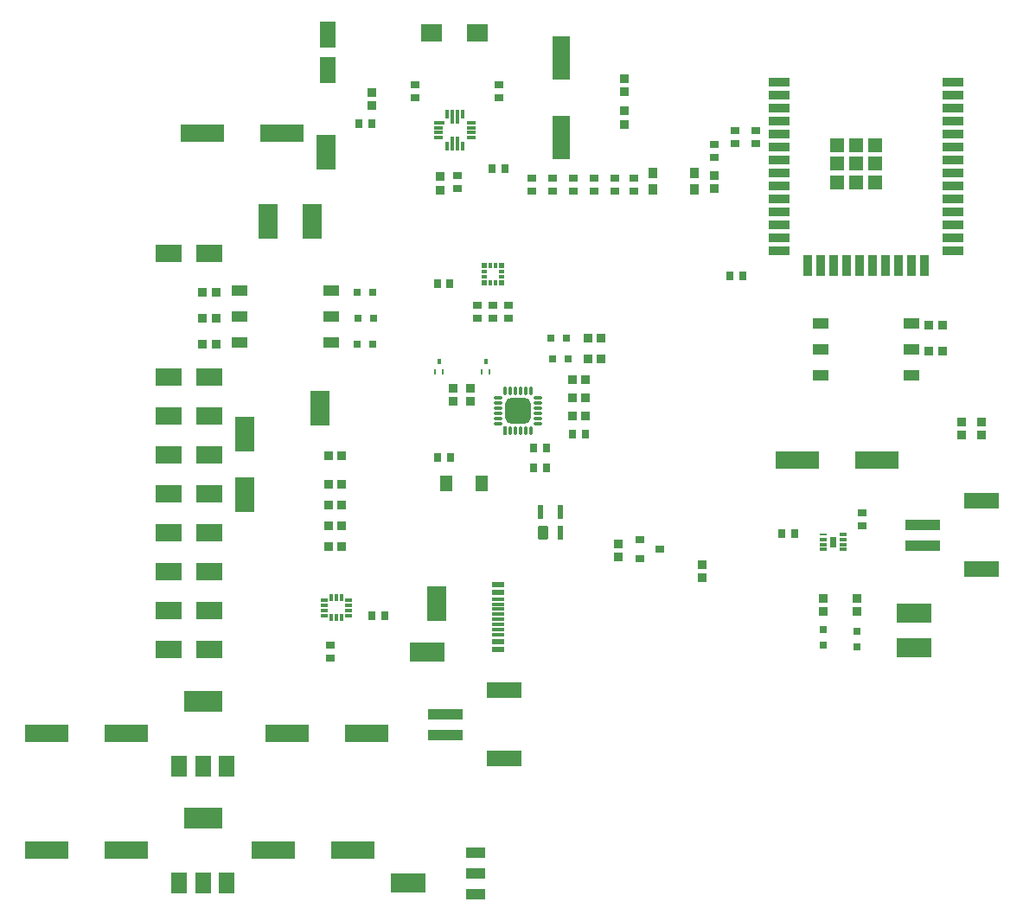
<source format=gtp>
G04*
G04 #@! TF.GenerationSoftware,Altium Limited,Altium Designer,22.7.1 (60)*
G04*
G04 Layer_Color=8355584*
%FSLAX44Y44*%
%MOMM*%
G71*
G04*
G04 #@! TF.SameCoordinates,D0082332-17C0-48B4-9EBD-708ECFB17097*
G04*
G04*
G04 #@! TF.FilePolarity,Positive*
G04*
G01*
G75*
%ADD20R,0.8500X0.9500*%
%ADD21R,2.5000X1.7000*%
%ADD22R,1.3208X1.3208*%
%ADD23R,0.8890X2.0066*%
%ADD24R,2.0066X0.8890*%
%ADD25R,1.6000X2.5000*%
%ADD26R,3.4036X1.4986*%
%ADD27R,3.5052X0.9906*%
%ADD28R,3.5000X1.9000*%
%ADD29R,0.8000X0.9000*%
%ADD30R,4.3000X1.8000*%
%ADD31R,0.9500X0.8500*%
%ADD32R,0.2700X0.5200*%
%ADD33R,0.3600X0.5200*%
%ADD34R,1.5000X1.1000*%
%ADD35R,1.1500X0.6000*%
%ADD36R,1.1500X0.3000*%
%ADD37R,0.9000X0.8000*%
%ADD38R,0.7400X0.2800*%
G04:AMPARAMS|DCode=39|XSize=0.74mm|YSize=0.28mm|CornerRadius=0.063mm|HoleSize=0mm|Usage=FLASHONLY|Rotation=0.000|XOffset=0mm|YOffset=0mm|HoleType=Round|Shape=RoundedRectangle|*
%AMROUNDEDRECTD39*
21,1,0.7400,0.1540,0,0,0.0*
21,1,0.6140,0.2800,0,0,0.0*
1,1,0.1260,0.3070,-0.0770*
1,1,0.1260,-0.3070,-0.0770*
1,1,0.1260,-0.3070,0.0770*
1,1,0.1260,0.3070,0.0770*
%
%ADD39ROUNDEDRECTD39*%
%ADD40R,1.2500X1.6500*%
%ADD41R,1.9000X3.5000*%
%ADD42R,0.3000X0.8500*%
G04:AMPARAMS|DCode=43|XSize=0.85mm|YSize=0.3mm|CornerRadius=0.075mm|HoleSize=0mm|Usage=FLASHONLY|Rotation=90.000|XOffset=0mm|YOffset=0mm|HoleType=Round|Shape=RoundedRectangle|*
%AMROUNDEDRECTD43*
21,1,0.8500,0.1500,0,0,90.0*
21,1,0.7000,0.3000,0,0,90.0*
1,1,0.1500,0.0750,0.3500*
1,1,0.1500,0.0750,-0.3500*
1,1,0.1500,-0.0750,-0.3500*
1,1,0.1500,-0.0750,0.3500*
%
%ADD43ROUNDEDRECTD43*%
G04:AMPARAMS|DCode=44|XSize=0.85mm|YSize=0.3mm|CornerRadius=0.075mm|HoleSize=0mm|Usage=FLASHONLY|Rotation=180.000|XOffset=0mm|YOffset=0mm|HoleType=Round|Shape=RoundedRectangle|*
%AMROUNDEDRECTD44*
21,1,0.8500,0.1500,0,0,180.0*
21,1,0.7000,0.3000,0,0,180.0*
1,1,0.1500,-0.3500,0.0750*
1,1,0.1500,0.3500,0.0750*
1,1,0.1500,0.3500,-0.0750*
1,1,0.1500,-0.3500,-0.0750*
%
%ADD44ROUNDEDRECTD44*%
G04:AMPARAMS|DCode=45|XSize=2.55mm|YSize=2.55mm|CornerRadius=0.6375mm|HoleSize=0mm|Usage=FLASHONLY|Rotation=180.000|XOffset=0mm|YOffset=0mm|HoleType=Round|Shape=RoundedRectangle|*
%AMROUNDEDRECTD45*
21,1,2.5500,1.2750,0,0,180.0*
21,1,1.2750,2.5500,0,0,180.0*
1,1,1.2750,-0.6375,0.6375*
1,1,1.2750,0.6375,0.6375*
1,1,1.2750,0.6375,-0.6375*
1,1,1.2750,-0.6375,-0.6375*
%
%ADD45ROUNDEDRECTD45*%
%ADD46R,0.8000X0.8000*%
G04:AMPARAMS|DCode=47|XSize=0.59mm|YSize=1.3mm|CornerRadius=0.0443mm|HoleSize=0mm|Usage=FLASHONLY|Rotation=0.000|XOffset=0mm|YOffset=0mm|HoleType=Round|Shape=RoundedRectangle|*
%AMROUNDEDRECTD47*
21,1,0.5900,1.2115,0,0,0.0*
21,1,0.5015,1.3000,0,0,0.0*
1,1,0.0885,0.2508,-0.6058*
1,1,0.0885,-0.2508,-0.6058*
1,1,0.0885,-0.2508,0.6058*
1,1,0.0885,0.2508,0.6058*
%
%ADD47ROUNDEDRECTD47*%
G04:AMPARAMS|DCode=48|XSize=0.99mm|YSize=1.3mm|CornerRadius=0.0743mm|HoleSize=0mm|Usage=FLASHONLY|Rotation=0.000|XOffset=0mm|YOffset=0mm|HoleType=Round|Shape=RoundedRectangle|*
%AMROUNDEDRECTD48*
21,1,0.9900,1.1515,0,0,0.0*
21,1,0.8415,1.3000,0,0,0.0*
1,1,0.1485,0.4208,-0.5758*
1,1,0.1485,-0.4208,-0.5758*
1,1,0.1485,-0.4208,0.5758*
1,1,0.1485,0.4208,0.5758*
%
%ADD48ROUNDEDRECTD48*%
%ADD49R,0.7000X0.3500*%
%ADD50R,0.3500X0.7000*%
%ADD51R,0.9000X1.0000*%
%ADD52R,0.9000X0.8000*%
%ADD53R,1.9000X1.0000*%
%ADD54R,2.0000X1.8000*%
%ADD55R,1.8000X4.3000*%
G04:AMPARAMS|DCode=56|XSize=1.4mm|YSize=0.35mm|CornerRadius=0.0875mm|HoleSize=0mm|Usage=FLASHONLY|Rotation=90.000|XOffset=0mm|YOffset=0mm|HoleType=Round|Shape=RoundedRectangle|*
%AMROUNDEDRECTD56*
21,1,1.4000,0.1750,0,0,90.0*
21,1,1.2250,0.3500,0,0,90.0*
1,1,0.1750,0.0875,0.6125*
1,1,0.1750,0.0875,-0.6125*
1,1,0.1750,-0.0875,-0.6125*
1,1,0.1750,-0.0875,0.6125*
%
%ADD56ROUNDEDRECTD56*%
G04:AMPARAMS|DCode=57|XSize=0.9mm|YSize=0.35mm|CornerRadius=0.0875mm|HoleSize=0mm|Usage=FLASHONLY|Rotation=90.000|XOffset=0mm|YOffset=0mm|HoleType=Round|Shape=RoundedRectangle|*
%AMROUNDEDRECTD57*
21,1,0.9000,0.1750,0,0,90.0*
21,1,0.7250,0.3500,0,0,90.0*
1,1,0.1750,0.0875,0.3625*
1,1,0.1750,0.0875,-0.3625*
1,1,0.1750,-0.0875,-0.3625*
1,1,0.1750,-0.0875,0.3625*
%
%ADD57ROUNDEDRECTD57*%
G04:AMPARAMS|DCode=58|XSize=0.9mm|YSize=0.35mm|CornerRadius=0.0875mm|HoleSize=0mm|Usage=FLASHONLY|Rotation=180.000|XOffset=0mm|YOffset=0mm|HoleType=Round|Shape=RoundedRectangle|*
%AMROUNDEDRECTD58*
21,1,0.9000,0.1750,0,0,180.0*
21,1,0.7250,0.3500,0,0,180.0*
1,1,0.1750,-0.3625,0.0875*
1,1,0.1750,0.3625,0.0875*
1,1,0.1750,0.3625,-0.0875*
1,1,0.1750,-0.3625,-0.0875*
%
%ADD58ROUNDEDRECTD58*%
%ADD59R,1.1000X0.3500*%
%ADD60R,3.8000X2.0000*%
%ADD61R,1.5000X2.0000*%
%ADD62R,0.8000X0.8000*%
%ADD63R,0.3500X0.5000*%
%ADD64R,0.5000X0.3500*%
%ADD65R,0.5000X0.5000*%
%ADD66R,0.4000X0.5000*%
G36*
X810520Y354056D02*
X804920D01*
Y364256D01*
X810520D01*
Y354056D01*
D02*
G37*
D20*
X313540Y354330D02*
D03*
X326540D02*
D03*
X326540Y374650D02*
D03*
X313540D02*
D03*
X313540Y394970D02*
D03*
X326540D02*
D03*
X326540Y415290D02*
D03*
X313540D02*
D03*
X326540Y443230D02*
D03*
X313540D02*
D03*
X552300Y518160D02*
D03*
X565300D02*
D03*
X552300Y482600D02*
D03*
X565300D02*
D03*
X901550Y546100D02*
D03*
X914550D02*
D03*
X580540Y558800D02*
D03*
X567540D02*
D03*
X580540Y538480D02*
D03*
X567540D02*
D03*
X552300Y500380D02*
D03*
X565300D02*
D03*
X190350Y577850D02*
D03*
X203350D02*
D03*
X901550Y571500D02*
D03*
X914550D02*
D03*
X190350Y552450D02*
D03*
X203350D02*
D03*
X190350Y603250D02*
D03*
X203350D02*
D03*
D21*
X156530Y292100D02*
D03*
X196530D02*
D03*
Y330200D02*
D03*
X156530D02*
D03*
X196530Y368300D02*
D03*
X156530D02*
D03*
X196530Y406400D02*
D03*
X156530D02*
D03*
Y444500D02*
D03*
X196530D02*
D03*
Y482600D02*
D03*
X156530D02*
D03*
X196530Y520700D02*
D03*
X156530D02*
D03*
X196530Y254000D02*
D03*
X156530D02*
D03*
X196530Y641350D02*
D03*
X156530D02*
D03*
D22*
X848360Y711076D02*
D03*
X830010D02*
D03*
X811660D02*
D03*
X848360Y747776D02*
D03*
X830010D02*
D03*
X811660D02*
D03*
X848360Y729426D02*
D03*
X830010D02*
D03*
X811660D02*
D03*
D23*
X897203Y629354D02*
D03*
X884503D02*
D03*
X871803D02*
D03*
X859103D02*
D03*
X846403D02*
D03*
X833703D02*
D03*
X821003D02*
D03*
X808303D02*
D03*
X795603D02*
D03*
X782903D02*
D03*
D24*
X925053Y643766D02*
D03*
Y656466D02*
D03*
Y669166D02*
D03*
Y681866D02*
D03*
Y694566D02*
D03*
Y707266D02*
D03*
Y719966D02*
D03*
Y732666D02*
D03*
Y745366D02*
D03*
Y758066D02*
D03*
Y770766D02*
D03*
Y783466D02*
D03*
Y796166D02*
D03*
Y808866D02*
D03*
X755053Y643766D02*
D03*
Y656466D02*
D03*
Y669166D02*
D03*
Y681866D02*
D03*
Y694566D02*
D03*
Y707266D02*
D03*
Y719966D02*
D03*
Y732666D02*
D03*
Y745366D02*
D03*
Y758066D02*
D03*
Y770766D02*
D03*
Y783466D02*
D03*
Y796166D02*
D03*
Y808866D02*
D03*
D25*
X312420Y820700D02*
D03*
Y855700D02*
D03*
D26*
X485147Y213840D02*
D03*
Y146840D02*
D03*
X952507Y399260D02*
D03*
Y332260D02*
D03*
D27*
X427647Y190340D02*
D03*
Y170340D02*
D03*
X895007Y375760D02*
D03*
Y355760D02*
D03*
D28*
X391160Y25400D02*
D03*
X410210Y251460D02*
D03*
X886460Y255270D02*
D03*
Y289560D02*
D03*
D29*
X552550Y464820D02*
D03*
X565050D02*
D03*
X526950Y431800D02*
D03*
X514450D02*
D03*
X420470Y441960D02*
D03*
X432970D02*
D03*
X514550Y450850D02*
D03*
X527050D02*
D03*
X718720Y619760D02*
D03*
X706220D02*
D03*
X355500Y768350D02*
D03*
X343000D02*
D03*
X485926Y724154D02*
D03*
X473426D02*
D03*
X757020Y367030D02*
D03*
X769520D02*
D03*
X368200Y287020D02*
D03*
X355700D02*
D03*
X419958Y612140D02*
D03*
X432458D02*
D03*
D30*
X772530Y439420D02*
D03*
X850530D02*
D03*
X189600Y759460D02*
D03*
X267600D02*
D03*
X37200Y171450D02*
D03*
X115200D02*
D03*
X351050D02*
D03*
X273050D02*
D03*
X337450Y57150D02*
D03*
X259450D02*
D03*
X37200D02*
D03*
X115200D02*
D03*
D31*
X435610Y496420D02*
D03*
Y509420D02*
D03*
X690880Y717700D02*
D03*
Y704700D02*
D03*
X452120Y509420D02*
D03*
Y496420D02*
D03*
X603250Y799800D02*
D03*
Y812800D02*
D03*
Y768050D02*
D03*
Y781050D02*
D03*
X952500Y476400D02*
D03*
Y463400D02*
D03*
X933450Y476400D02*
D03*
Y463400D02*
D03*
X679450Y323700D02*
D03*
Y336700D02*
D03*
X596900Y357020D02*
D03*
Y344020D02*
D03*
X355600Y785980D02*
D03*
Y798980D02*
D03*
X422526Y703684D02*
D03*
Y716684D02*
D03*
X797560Y290680D02*
D03*
Y303680D02*
D03*
X830580Y290680D02*
D03*
Y303680D02*
D03*
D32*
X417640Y525960D02*
D03*
X425640D02*
D03*
X471360D02*
D03*
X463360D02*
D03*
D33*
X421640Y535760D02*
D03*
X467360D02*
D03*
D34*
X795470Y573020D02*
D03*
X884470D02*
D03*
X795470Y547620D02*
D03*
X884470D02*
D03*
X795470Y522220D02*
D03*
X884470D02*
D03*
X226764Y605278D02*
D03*
X315764D02*
D03*
X226764Y579878D02*
D03*
X315764D02*
D03*
X226764Y554478D02*
D03*
X315764D02*
D03*
D35*
X479750Y253750D02*
D03*
Y317750D02*
D03*
Y261750D02*
D03*
Y309750D02*
D03*
D36*
Y288250D02*
D03*
Y283250D02*
D03*
Y293250D02*
D03*
Y298250D02*
D03*
Y303250D02*
D03*
Y278250D02*
D03*
Y273250D02*
D03*
Y268250D02*
D03*
D37*
X480060Y806350D02*
D03*
Y793850D02*
D03*
X711200Y761900D02*
D03*
Y749400D02*
D03*
X731520Y761900D02*
D03*
Y749400D02*
D03*
X690880Y747930D02*
D03*
Y735430D02*
D03*
X612078Y714910D02*
D03*
Y702410D02*
D03*
X573916Y714910D02*
D03*
Y702410D02*
D03*
X594236Y714910D02*
D03*
Y702410D02*
D03*
X553596D02*
D03*
Y714910D02*
D03*
X398396Y794104D02*
D03*
Y806604D02*
D03*
X512956Y702410D02*
D03*
Y714910D02*
D03*
X533276Y702410D02*
D03*
Y714910D02*
D03*
X439420Y717450D02*
D03*
Y704950D02*
D03*
X835660Y387250D02*
D03*
Y374750D02*
D03*
X314960Y245210D02*
D03*
Y257710D02*
D03*
X474468Y577950D02*
D03*
Y590450D02*
D03*
X489708Y577950D02*
D03*
Y590450D02*
D03*
X459228Y577950D02*
D03*
Y590450D02*
D03*
D38*
X797870Y366656D02*
D03*
D39*
Y361656D02*
D03*
Y356656D02*
D03*
Y351656D02*
D03*
X817570D02*
D03*
Y356656D02*
D03*
Y361656D02*
D03*
Y366656D02*
D03*
D40*
X428520Y416560D02*
D03*
X463020D02*
D03*
D41*
X311150Y740410D02*
D03*
X304800Y490220D02*
D03*
X419100Y298450D02*
D03*
X231140Y464820D02*
D03*
X297180Y673100D02*
D03*
X254000D02*
D03*
X231140Y405130D02*
D03*
D42*
X486610Y468180D02*
D03*
D43*
X491610D02*
D03*
X496610D02*
D03*
X501610D02*
D03*
X506610D02*
D03*
X511610D02*
D03*
Y507180D02*
D03*
X506610D02*
D03*
X501610D02*
D03*
X496610D02*
D03*
X491610D02*
D03*
X486610D02*
D03*
D44*
X518610Y475180D02*
D03*
Y480180D02*
D03*
Y485180D02*
D03*
Y490180D02*
D03*
Y495180D02*
D03*
Y500180D02*
D03*
X479610D02*
D03*
Y495180D02*
D03*
Y490180D02*
D03*
Y485180D02*
D03*
Y480180D02*
D03*
Y475180D02*
D03*
D45*
X499110Y487680D02*
D03*
D46*
X546044Y558722D02*
D03*
X531043D02*
D03*
X532730Y538480D02*
D03*
X547730D02*
D03*
X342540Y577850D02*
D03*
X357540D02*
D03*
X341687Y603328D02*
D03*
X356687D02*
D03*
X356750Y552450D02*
D03*
X341750D02*
D03*
D47*
X521240Y388800D02*
D03*
X540440D02*
D03*
Y368300D02*
D03*
D48*
X523240D02*
D03*
D49*
X309210Y302140D02*
D03*
Y297140D02*
D03*
Y292140D02*
D03*
Y287140D02*
D03*
X333410D02*
D03*
Y292140D02*
D03*
Y297140D02*
D03*
Y302140D02*
D03*
D50*
X316310Y285040D02*
D03*
X321310D02*
D03*
X326310D02*
D03*
Y304240D02*
D03*
X321310D02*
D03*
X316310D02*
D03*
D51*
X631007Y720452D02*
D03*
X672008D02*
D03*
X631007Y704452D02*
D03*
X672008D02*
D03*
D52*
X618236Y361442D02*
D03*
Y342442D02*
D03*
X638236Y351942D02*
D03*
D53*
X457100Y54450D02*
D03*
Y34450D02*
D03*
Y14450D02*
D03*
D54*
X413996Y857394D02*
D03*
X458996D02*
D03*
D55*
X541082Y754750D02*
D03*
Y832750D02*
D03*
D56*
X434506Y775464D02*
D03*
X439506D02*
D03*
Y748964D02*
D03*
X434506D02*
D03*
D57*
X429506Y777964D02*
D03*
X444506D02*
D03*
Y746474D02*
D03*
X429506D02*
D03*
D58*
X453256Y754714D02*
D03*
X453006Y759714D02*
D03*
Y764714D02*
D03*
Y769714D02*
D03*
X421266Y754714D02*
D03*
Y759714D02*
D03*
Y764714D02*
D03*
D59*
X422256Y769714D02*
D03*
D60*
X190500Y202950D02*
D03*
Y88650D02*
D03*
D61*
X213500Y139950D02*
D03*
X190500D02*
D03*
X167500D02*
D03*
X213500Y25650D02*
D03*
X190500D02*
D03*
X167500D02*
D03*
D62*
X797560Y258410D02*
D03*
Y273410D02*
D03*
X830658Y256723D02*
D03*
Y271723D02*
D03*
D63*
X471928Y629920D02*
D03*
X471968Y613151D02*
D03*
X477008Y629920D02*
D03*
D64*
X466086Y618998D02*
D03*
Y624078D02*
D03*
X482850Y618998D02*
D03*
Y624078D02*
D03*
D65*
X466086Y613156D02*
D03*
X482850D02*
D03*
X466086Y629920D02*
D03*
X482850D02*
D03*
D66*
X476968Y613151D02*
D03*
M02*

</source>
